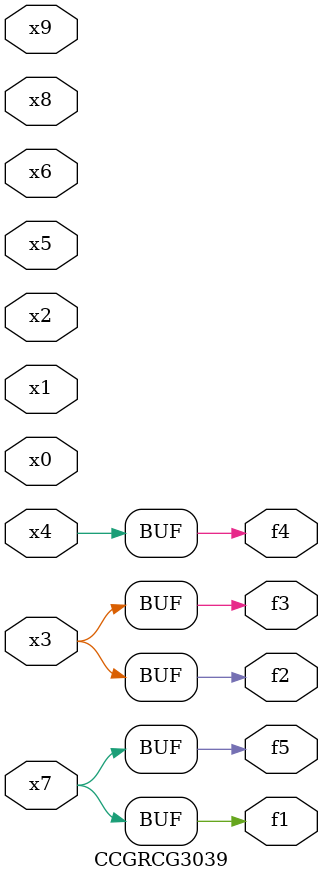
<source format=v>
module CCGRCG3039(
	input x0, x1, x2, x3, x4, x5, x6, x7, x8, x9,
	output f1, f2, f3, f4, f5
);
	assign f1 = x7;
	assign f2 = x3;
	assign f3 = x3;
	assign f4 = x4;
	assign f5 = x7;
endmodule

</source>
